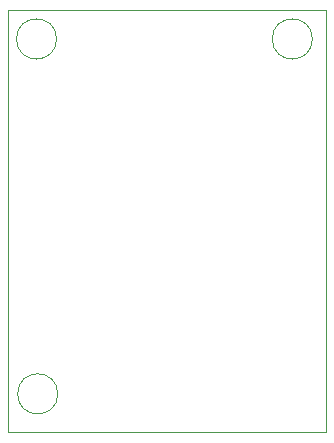
<source format=gm1>
G04 #@! TF.GenerationSoftware,KiCad,Pcbnew,9.0.2*
G04 #@! TF.CreationDate,2025-07-14T22:28:57-04:00*
G04 #@! TF.ProjectId,boitier_arme,626f6974-6965-4725-9f61-726d652e6b69,rev?*
G04 #@! TF.SameCoordinates,Original*
G04 #@! TF.FileFunction,Profile,NP*
%FSLAX46Y46*%
G04 Gerber Fmt 4.6, Leading zero omitted, Abs format (unit mm)*
G04 Created by KiCad (PCBNEW 9.0.2) date 2025-07-14 22:28:57*
%MOMM*%
%LPD*%
G01*
G04 APERTURE LIST*
G04 #@! TA.AperFunction,Profile*
%ADD10C,0.050000*%
G04 #@! TD*
G04 APERTURE END LIST*
D10*
X134030000Y-72410000D02*
X160920000Y-72410000D01*
X160920000Y-108110000D01*
X134030000Y-108110000D01*
X134030000Y-72410000D01*
X138120000Y-74820000D02*
G75*
G02*
X134720000Y-74820000I-1700000J0D01*
G01*
X134720000Y-74820000D02*
G75*
G02*
X138120000Y-74820000I1700000J0D01*
G01*
X138220000Y-104870000D02*
G75*
G02*
X134820000Y-104870000I-1700000J0D01*
G01*
X134820000Y-104870000D02*
G75*
G02*
X138220000Y-104870000I1700000J0D01*
G01*
X159780000Y-74820000D02*
G75*
G02*
X156380000Y-74820000I-1700000J0D01*
G01*
X156380000Y-74820000D02*
G75*
G02*
X159780000Y-74820000I1700000J0D01*
G01*
M02*

</source>
